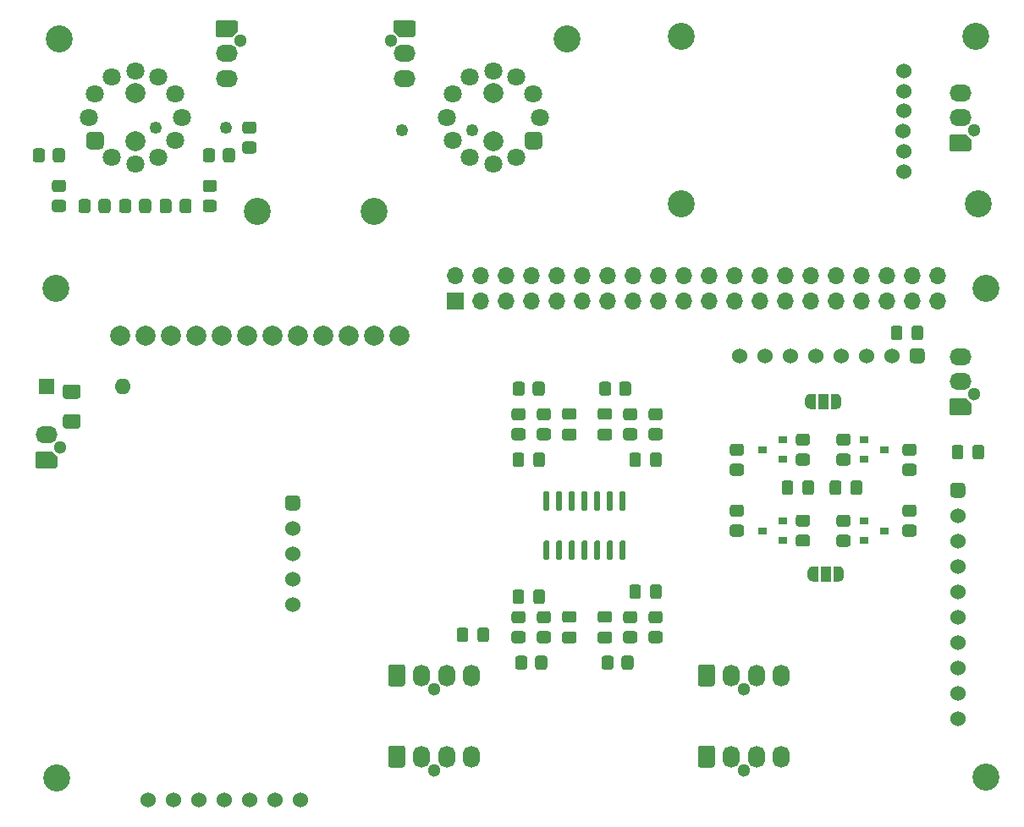
<source format=gbs>
G04 #@! TF.GenerationSoftware,KiCad,Pcbnew,(5.1.10)-1*
G04 #@! TF.CreationDate,2021-06-28T12:48:49+02:00*
G04 #@! TF.ProjectId,PI_MARTLOgger,50495f4d-4152-4544-9c4f-676765722e6b,rev?*
G04 #@! TF.SameCoordinates,Original*
G04 #@! TF.FileFunction,Soldermask,Bot*
G04 #@! TF.FilePolarity,Negative*
%FSLAX46Y46*%
G04 Gerber Fmt 4.6, Leading zero omitted, Abs format (unit mm)*
G04 Created by KiCad (PCBNEW (5.1.10)-1) date 2021-06-28 12:48:49*
%MOMM*%
%LPD*%
G01*
G04 APERTURE LIST*
%ADD10C,1.524000*%
%ADD11C,2.700000*%
%ADD12C,1.300000*%
%ADD13O,2.200000X1.700000*%
%ADD14C,0.150000*%
%ADD15C,2.000000*%
%ADD16O,1.700000X2.200000*%
%ADD17C,1.800000*%
%ADD18C,1.250000*%
%ADD19O,1.600000X1.600000*%
%ADD20R,1.600000X1.600000*%
%ADD21R,0.900000X0.800000*%
%ADD22R,1.000000X1.500000*%
%ADD23R,1.700000X1.700000*%
%ADD24O,1.700000X1.700000*%
G04 APERTURE END LIST*
D10*
X192126000Y-129172000D03*
X192126000Y-126632000D03*
G36*
G01*
X192507000Y-119774000D02*
X191745000Y-119774000D01*
G75*
G02*
X191364000Y-119393000I0J381000D01*
G01*
X191364000Y-118631000D01*
G75*
G02*
X191745000Y-118250000I381000J0D01*
G01*
X192507000Y-118250000D01*
G75*
G02*
X192888000Y-118631000I0J-381000D01*
G01*
X192888000Y-119393000D01*
G75*
G02*
X192507000Y-119774000I-381000J0D01*
G01*
G37*
X192126000Y-121552000D03*
X192126000Y-124092000D03*
X192888000Y-148730000D03*
X190348000Y-148730000D03*
X187808000Y-148730000D03*
X177648000Y-148730000D03*
X180188000Y-148730000D03*
X182728000Y-148730000D03*
X185268000Y-148730000D03*
G36*
G01*
X247932000Y-117963000D02*
X247932000Y-117013000D01*
G75*
G02*
X248182000Y-116763000I250000J0D01*
G01*
X248857000Y-116763000D01*
G75*
G02*
X249107000Y-117013000I0J-250000D01*
G01*
X249107000Y-117963000D01*
G75*
G02*
X248857000Y-118213000I-250000J0D01*
G01*
X248182000Y-118213000D01*
G75*
G02*
X247932000Y-117963000I0J250000D01*
G01*
G37*
G36*
G01*
X245857000Y-117963000D02*
X245857000Y-117013000D01*
G75*
G02*
X246107000Y-116763000I250000J0D01*
G01*
X246782000Y-116763000D01*
G75*
G02*
X247032000Y-117013000I0J-250000D01*
G01*
X247032000Y-117963000D01*
G75*
G02*
X246782000Y-118213000I-250000J0D01*
G01*
X246107000Y-118213000D01*
G75*
G02*
X245857000Y-117963000I0J250000D01*
G01*
G37*
G36*
G01*
X242222000Y-117013000D02*
X242222000Y-117963000D01*
G75*
G02*
X241972000Y-118213000I-250000J0D01*
G01*
X241297000Y-118213000D01*
G75*
G02*
X241047000Y-117963000I0J250000D01*
G01*
X241047000Y-117013000D01*
G75*
G02*
X241297000Y-116763000I250000J0D01*
G01*
X241972000Y-116763000D01*
G75*
G02*
X242222000Y-117013000I0J-250000D01*
G01*
G37*
G36*
G01*
X244297000Y-117013000D02*
X244297000Y-117963000D01*
G75*
G02*
X244047000Y-118213000I-250000J0D01*
G01*
X243372000Y-118213000D01*
G75*
G02*
X243122000Y-117963000I0J250000D01*
G01*
X243122000Y-117013000D01*
G75*
G02*
X243372000Y-116763000I250000J0D01*
G01*
X244047000Y-116763000D01*
G75*
G02*
X244297000Y-117013000I0J-250000D01*
G01*
G37*
D11*
X188570000Y-89802000D03*
X168758000Y-72530000D03*
X200254000Y-89802000D03*
X219558000Y-72530000D03*
X230988000Y-72276000D03*
X230988000Y-89040000D03*
X260706000Y-89040000D03*
X260452000Y-72276000D03*
D12*
X186862000Y-72764000D03*
D13*
X185522000Y-76514000D03*
X185522000Y-74014000D03*
D14*
G36*
X184623227Y-72359196D02*
G01*
X184576329Y-72344970D01*
X184533107Y-72321867D01*
X184495223Y-72290777D01*
X184464133Y-72252893D01*
X184441030Y-72209671D01*
X184426804Y-72162773D01*
X184422000Y-72114000D01*
X184422000Y-70914000D01*
X184426804Y-70865227D01*
X184441030Y-70818329D01*
X184464133Y-70775107D01*
X184495223Y-70737223D01*
X184533107Y-70706133D01*
X184576329Y-70683030D01*
X184623227Y-70668804D01*
X184672000Y-70664000D01*
X186372000Y-70664000D01*
X186420773Y-70668804D01*
X186467671Y-70683030D01*
X186510893Y-70706133D01*
X186548777Y-70737223D01*
X186579867Y-70775107D01*
X186602970Y-70818329D01*
X186617196Y-70865227D01*
X186622000Y-70914000D01*
X186622000Y-71714000D01*
X186617196Y-71762773D01*
X186602970Y-71809671D01*
X186579867Y-71852893D01*
X186548777Y-71890777D01*
X186148777Y-72290777D01*
X186110893Y-72321867D01*
X186067671Y-72344970D01*
X186020773Y-72359196D01*
X185972000Y-72364000D01*
X184672000Y-72364000D01*
X184623227Y-72359196D01*
G37*
D12*
X260268000Y-81694000D03*
D13*
X258928000Y-77944000D03*
X258928000Y-80444000D03*
D14*
G36*
X258029227Y-83789196D02*
G01*
X257982329Y-83774970D01*
X257939107Y-83751867D01*
X257901223Y-83720777D01*
X257870133Y-83682893D01*
X257847030Y-83639671D01*
X257832804Y-83592773D01*
X257828000Y-83544000D01*
X257828000Y-82344000D01*
X257832804Y-82295227D01*
X257847030Y-82248329D01*
X257870133Y-82205107D01*
X257901223Y-82167223D01*
X257939107Y-82136133D01*
X257982329Y-82113030D01*
X258029227Y-82098804D01*
X258078000Y-82094000D01*
X259378000Y-82094000D01*
X259426773Y-82098804D01*
X259473671Y-82113030D01*
X259516893Y-82136133D01*
X259554777Y-82167223D01*
X259954777Y-82567223D01*
X259985867Y-82605107D01*
X260008970Y-82648329D01*
X260023196Y-82695227D01*
X260028000Y-82744000D01*
X260028000Y-83544000D01*
X260023196Y-83592773D01*
X260008970Y-83639671D01*
X259985867Y-83682893D01*
X259954777Y-83720777D01*
X259916893Y-83751867D01*
X259873671Y-83774970D01*
X259826773Y-83789196D01*
X259778000Y-83794000D01*
X258078000Y-83794000D01*
X258029227Y-83789196D01*
G37*
D12*
X201962000Y-72764000D03*
D13*
X203302000Y-76514000D03*
X203302000Y-74014000D03*
D14*
G36*
X204200773Y-70668804D02*
G01*
X204247671Y-70683030D01*
X204290893Y-70706133D01*
X204328777Y-70737223D01*
X204359867Y-70775107D01*
X204382970Y-70818329D01*
X204397196Y-70865227D01*
X204402000Y-70914000D01*
X204402000Y-72114000D01*
X204397196Y-72162773D01*
X204382970Y-72209671D01*
X204359867Y-72252893D01*
X204328777Y-72290777D01*
X204290893Y-72321867D01*
X204247671Y-72344970D01*
X204200773Y-72359196D01*
X204152000Y-72364000D01*
X202852000Y-72364000D01*
X202803227Y-72359196D01*
X202756329Y-72344970D01*
X202713107Y-72321867D01*
X202675223Y-72290777D01*
X202275223Y-71890777D01*
X202244133Y-71852893D01*
X202221030Y-71809671D01*
X202206804Y-71762773D01*
X202202000Y-71714000D01*
X202202000Y-70914000D01*
X202206804Y-70865227D01*
X202221030Y-70818329D01*
X202244133Y-70775107D01*
X202275223Y-70737223D01*
X202313107Y-70706133D01*
X202356329Y-70683030D01*
X202403227Y-70668804D01*
X202452000Y-70664000D01*
X204152000Y-70664000D01*
X204200773Y-70668804D01*
G37*
D12*
X168828000Y-113444000D03*
D13*
X167488000Y-112194000D03*
D14*
G36*
X166589227Y-115539196D02*
G01*
X166542329Y-115524970D01*
X166499107Y-115501867D01*
X166461223Y-115470777D01*
X166430133Y-115432893D01*
X166407030Y-115389671D01*
X166392804Y-115342773D01*
X166388000Y-115294000D01*
X166388000Y-114094000D01*
X166392804Y-114045227D01*
X166407030Y-113998329D01*
X166430133Y-113955107D01*
X166461223Y-113917223D01*
X166499107Y-113886133D01*
X166542329Y-113863030D01*
X166589227Y-113848804D01*
X166638000Y-113844000D01*
X167938000Y-113844000D01*
X167986773Y-113848804D01*
X168033671Y-113863030D01*
X168076893Y-113886133D01*
X168114777Y-113917223D01*
X168514777Y-114317223D01*
X168545867Y-114355107D01*
X168568970Y-114398329D01*
X168583196Y-114445227D01*
X168588000Y-114494000D01*
X168588000Y-115294000D01*
X168583196Y-115342773D01*
X168568970Y-115389671D01*
X168545867Y-115432893D01*
X168514777Y-115470777D01*
X168476893Y-115501867D01*
X168433671Y-115524970D01*
X168386773Y-115539196D01*
X168338000Y-115544000D01*
X166638000Y-115544000D01*
X166589227Y-115539196D01*
G37*
D15*
X202794000Y-102248000D03*
X200254000Y-102248000D03*
X197714000Y-102248000D03*
X195174000Y-102248000D03*
X192634000Y-102248000D03*
X190094000Y-102248000D03*
X187554000Y-102248000D03*
X185014000Y-102248000D03*
X174854000Y-102248000D03*
X177394000Y-102248000D03*
X179934000Y-102248000D03*
X182474000Y-102248000D03*
D10*
X258674000Y-140602000D03*
X258674000Y-138062000D03*
X258674000Y-135522000D03*
X258674000Y-132982000D03*
X258674000Y-130442000D03*
G36*
G01*
X258293000Y-116980000D02*
X259055000Y-116980000D01*
G75*
G02*
X259436000Y-117361000I0J-381000D01*
G01*
X259436000Y-118123000D01*
G75*
G02*
X259055000Y-118504000I-381000J0D01*
G01*
X258293000Y-118504000D01*
G75*
G02*
X257912000Y-118123000I0J381000D01*
G01*
X257912000Y-117361000D01*
G75*
G02*
X258293000Y-116980000I381000J0D01*
G01*
G37*
X258674000Y-120282000D03*
X258674000Y-122822000D03*
X258674000Y-125362000D03*
X258674000Y-127902000D03*
D12*
X260268000Y-108110000D03*
D13*
X258928000Y-104360000D03*
X258928000Y-106860000D03*
D14*
G36*
X258029227Y-110205196D02*
G01*
X257982329Y-110190970D01*
X257939107Y-110167867D01*
X257901223Y-110136777D01*
X257870133Y-110098893D01*
X257847030Y-110055671D01*
X257832804Y-110008773D01*
X257828000Y-109960000D01*
X257828000Y-108760000D01*
X257832804Y-108711227D01*
X257847030Y-108664329D01*
X257870133Y-108621107D01*
X257901223Y-108583223D01*
X257939107Y-108552133D01*
X257982329Y-108529030D01*
X258029227Y-108514804D01*
X258078000Y-108510000D01*
X259378000Y-108510000D01*
X259426773Y-108514804D01*
X259473671Y-108529030D01*
X259516893Y-108552133D01*
X259554777Y-108583223D01*
X259954777Y-108983223D01*
X259985867Y-109021107D01*
X260008970Y-109064329D01*
X260023196Y-109111227D01*
X260028000Y-109160000D01*
X260028000Y-109960000D01*
X260023196Y-110008773D01*
X260008970Y-110055671D01*
X259985867Y-110098893D01*
X259954777Y-110136777D01*
X259916893Y-110167867D01*
X259873671Y-110190970D01*
X259826773Y-110205196D01*
X259778000Y-110210000D01*
X258078000Y-110210000D01*
X258029227Y-110205196D01*
G37*
D12*
X237278000Y-137624000D03*
D16*
X241028000Y-136284000D03*
X238528000Y-136284000D03*
X236028000Y-136284000D03*
G36*
G01*
X234128000Y-137384000D02*
X232928000Y-137384000D01*
G75*
G02*
X232678000Y-137134000I0J250000D01*
G01*
X232678000Y-135434000D01*
G75*
G02*
X232928000Y-135184000I250000J0D01*
G01*
X234128000Y-135184000D01*
G75*
G02*
X234378000Y-135434000I0J-250000D01*
G01*
X234378000Y-137134000D01*
G75*
G02*
X234128000Y-137384000I-250000J0D01*
G01*
G37*
D12*
X237278000Y-145752000D03*
D16*
X241028000Y-144412000D03*
X238528000Y-144412000D03*
X236028000Y-144412000D03*
G36*
G01*
X234128000Y-145512000D02*
X232928000Y-145512000D01*
G75*
G02*
X232678000Y-145262000I0J250000D01*
G01*
X232678000Y-143562000D01*
G75*
G02*
X232928000Y-143312000I250000J0D01*
G01*
X234128000Y-143312000D01*
G75*
G02*
X234378000Y-143562000I0J-250000D01*
G01*
X234378000Y-145262000D01*
G75*
G02*
X234128000Y-145512000I-250000J0D01*
G01*
G37*
D12*
X206290000Y-137624000D03*
D16*
X210040000Y-136284000D03*
X207540000Y-136284000D03*
X205040000Y-136284000D03*
G36*
G01*
X203140000Y-137384000D02*
X201940000Y-137384000D01*
G75*
G02*
X201690000Y-137134000I0J250000D01*
G01*
X201690000Y-135434000D01*
G75*
G02*
X201940000Y-135184000I250000J0D01*
G01*
X203140000Y-135184000D01*
G75*
G02*
X203390000Y-135434000I0J-250000D01*
G01*
X203390000Y-137134000D01*
G75*
G02*
X203140000Y-137384000I-250000J0D01*
G01*
G37*
D12*
X206290000Y-145752000D03*
D16*
X210040000Y-144412000D03*
X207540000Y-144412000D03*
X205040000Y-144412000D03*
G36*
G01*
X203140000Y-145512000D02*
X201940000Y-145512000D01*
G75*
G02*
X201690000Y-145262000I0J250000D01*
G01*
X201690000Y-143562000D01*
G75*
G02*
X201940000Y-143312000I250000J0D01*
G01*
X203140000Y-143312000D01*
G75*
G02*
X203390000Y-143562000I0J-250000D01*
G01*
X203390000Y-145262000D01*
G75*
G02*
X203140000Y-145512000I-250000J0D01*
G01*
G37*
G36*
G01*
X188258001Y-82036000D02*
X187357999Y-82036000D01*
G75*
G02*
X187108000Y-81786001I0J249999D01*
G01*
X187108000Y-81085999D01*
G75*
G02*
X187357999Y-80836000I249999J0D01*
G01*
X188258001Y-80836000D01*
G75*
G02*
X188508000Y-81085999I0J-249999D01*
G01*
X188508000Y-81786001D01*
G75*
G02*
X188258001Y-82036000I-249999J0D01*
G01*
G37*
G36*
G01*
X188258001Y-84036000D02*
X187357999Y-84036000D01*
G75*
G02*
X187108000Y-83786001I0J249999D01*
G01*
X187108000Y-83085999D01*
G75*
G02*
X187357999Y-82836000I249999J0D01*
G01*
X188258001Y-82836000D01*
G75*
G02*
X188508000Y-83085999I0J-249999D01*
G01*
X188508000Y-83786001D01*
G75*
G02*
X188258001Y-84036000I-249999J0D01*
G01*
G37*
G36*
G01*
X168142000Y-84664001D02*
X168142000Y-83763999D01*
G75*
G02*
X168391999Y-83514000I249999J0D01*
G01*
X169092001Y-83514000D01*
G75*
G02*
X169342000Y-83763999I0J-249999D01*
G01*
X169342000Y-84664001D01*
G75*
G02*
X169092001Y-84914000I-249999J0D01*
G01*
X168391999Y-84914000D01*
G75*
G02*
X168142000Y-84664001I0J249999D01*
G01*
G37*
G36*
G01*
X166142000Y-84664001D02*
X166142000Y-83763999D01*
G75*
G02*
X166391999Y-83514000I249999J0D01*
G01*
X167092001Y-83514000D01*
G75*
G02*
X167342000Y-83763999I0J-249999D01*
G01*
X167342000Y-84664001D01*
G75*
G02*
X167092001Y-84914000I-249999J0D01*
G01*
X166391999Y-84914000D01*
G75*
G02*
X166142000Y-84664001I0J249999D01*
G01*
G37*
G36*
G01*
X168307999Y-88678000D02*
X169208001Y-88678000D01*
G75*
G02*
X169458000Y-88927999I0J-249999D01*
G01*
X169458000Y-89628001D01*
G75*
G02*
X169208001Y-89878000I-249999J0D01*
G01*
X168307999Y-89878000D01*
G75*
G02*
X168058000Y-89628001I0J249999D01*
G01*
X168058000Y-88927999D01*
G75*
G02*
X168307999Y-88678000I249999J0D01*
G01*
G37*
G36*
G01*
X168307999Y-86678000D02*
X169208001Y-86678000D01*
G75*
G02*
X169458000Y-86927999I0J-249999D01*
G01*
X169458000Y-87628001D01*
G75*
G02*
X169208001Y-87878000I-249999J0D01*
G01*
X168307999Y-87878000D01*
G75*
G02*
X168058000Y-87628001I0J249999D01*
G01*
X168058000Y-86927999D01*
G75*
G02*
X168307999Y-86678000I249999J0D01*
G01*
G37*
G36*
G01*
X172714000Y-89744001D02*
X172714000Y-88843999D01*
G75*
G02*
X172963999Y-88594000I249999J0D01*
G01*
X173664001Y-88594000D01*
G75*
G02*
X173914000Y-88843999I0J-249999D01*
G01*
X173914000Y-89744001D01*
G75*
G02*
X173664001Y-89994000I-249999J0D01*
G01*
X172963999Y-89994000D01*
G75*
G02*
X172714000Y-89744001I0J249999D01*
G01*
G37*
G36*
G01*
X170714000Y-89744001D02*
X170714000Y-88843999D01*
G75*
G02*
X170963999Y-88594000I249999J0D01*
G01*
X171664001Y-88594000D01*
G75*
G02*
X171914000Y-88843999I0J-249999D01*
G01*
X171914000Y-89744001D01*
G75*
G02*
X171664001Y-89994000I-249999J0D01*
G01*
X170963999Y-89994000D01*
G75*
G02*
X170714000Y-89744001I0J249999D01*
G01*
G37*
G36*
G01*
X176778000Y-89744001D02*
X176778000Y-88843999D01*
G75*
G02*
X177027999Y-88594000I249999J0D01*
G01*
X177728001Y-88594000D01*
G75*
G02*
X177978000Y-88843999I0J-249999D01*
G01*
X177978000Y-89744001D01*
G75*
G02*
X177728001Y-89994000I-249999J0D01*
G01*
X177027999Y-89994000D01*
G75*
G02*
X176778000Y-89744001I0J249999D01*
G01*
G37*
G36*
G01*
X174778000Y-89744001D02*
X174778000Y-88843999D01*
G75*
G02*
X175027999Y-88594000I249999J0D01*
G01*
X175728001Y-88594000D01*
G75*
G02*
X175978000Y-88843999I0J-249999D01*
G01*
X175978000Y-89744001D01*
G75*
G02*
X175728001Y-89994000I-249999J0D01*
G01*
X175027999Y-89994000D01*
G75*
G02*
X174778000Y-89744001I0J249999D01*
G01*
G37*
G36*
G01*
X180826000Y-89744001D02*
X180826000Y-88843999D01*
G75*
G02*
X181075999Y-88594000I249999J0D01*
G01*
X181776001Y-88594000D01*
G75*
G02*
X182026000Y-88843999I0J-249999D01*
G01*
X182026000Y-89744001D01*
G75*
G02*
X181776001Y-89994000I-249999J0D01*
G01*
X181075999Y-89994000D01*
G75*
G02*
X180826000Y-89744001I0J249999D01*
G01*
G37*
G36*
G01*
X178826000Y-89744001D02*
X178826000Y-88843999D01*
G75*
G02*
X179075999Y-88594000I249999J0D01*
G01*
X179776001Y-88594000D01*
G75*
G02*
X180026000Y-88843999I0J-249999D01*
G01*
X180026000Y-89744001D01*
G75*
G02*
X179776001Y-89994000I-249999J0D01*
G01*
X179075999Y-89994000D01*
G75*
G02*
X178826000Y-89744001I0J249999D01*
G01*
G37*
G36*
G01*
X184295601Y-87878000D02*
X183395599Y-87878000D01*
G75*
G02*
X183145600Y-87628001I0J249999D01*
G01*
X183145600Y-86927999D01*
G75*
G02*
X183395599Y-86678000I249999J0D01*
G01*
X184295601Y-86678000D01*
G75*
G02*
X184545600Y-86927999I0J-249999D01*
G01*
X184545600Y-87628001D01*
G75*
G02*
X184295601Y-87878000I-249999J0D01*
G01*
G37*
G36*
G01*
X184295601Y-89878000D02*
X183395599Y-89878000D01*
G75*
G02*
X183145600Y-89628001I0J249999D01*
G01*
X183145600Y-88927999D01*
G75*
G02*
X183395599Y-88678000I249999J0D01*
G01*
X184295601Y-88678000D01*
G75*
G02*
X184545600Y-88927999I0J-249999D01*
G01*
X184545600Y-89628001D01*
G75*
G02*
X184295601Y-89878000I-249999J0D01*
G01*
G37*
G36*
G01*
X185160000Y-84664001D02*
X185160000Y-83763999D01*
G75*
G02*
X185409999Y-83514000I249999J0D01*
G01*
X186110001Y-83514000D01*
G75*
G02*
X186360000Y-83763999I0J-249999D01*
G01*
X186360000Y-84664001D01*
G75*
G02*
X186110001Y-84914000I-249999J0D01*
G01*
X185409999Y-84914000D01*
G75*
G02*
X185160000Y-84664001I0J249999D01*
G01*
G37*
G36*
G01*
X183160000Y-84664001D02*
X183160000Y-83763999D01*
G75*
G02*
X183409999Y-83514000I249999J0D01*
G01*
X184110001Y-83514000D01*
G75*
G02*
X184360000Y-83763999I0J-249999D01*
G01*
X184360000Y-84664001D01*
G75*
G02*
X184110001Y-84914000I-249999J0D01*
G01*
X183409999Y-84914000D01*
G75*
G02*
X183160000Y-84664001I0J249999D01*
G01*
G37*
G36*
G01*
X217722001Y-131058000D02*
X216821999Y-131058000D01*
G75*
G02*
X216572000Y-130808001I0J249999D01*
G01*
X216572000Y-130107999D01*
G75*
G02*
X216821999Y-129858000I249999J0D01*
G01*
X217722001Y-129858000D01*
G75*
G02*
X217972000Y-130107999I0J-249999D01*
G01*
X217972000Y-130808001D01*
G75*
G02*
X217722001Y-131058000I-249999J0D01*
G01*
G37*
G36*
G01*
X217722001Y-133058000D02*
X216821999Y-133058000D01*
G75*
G02*
X216572000Y-132808001I0J249999D01*
G01*
X216572000Y-132107999D01*
G75*
G02*
X216821999Y-131858000I249999J0D01*
G01*
X217722001Y-131858000D01*
G75*
G02*
X217972000Y-132107999I0J-249999D01*
G01*
X217972000Y-132808001D01*
G75*
G02*
X217722001Y-133058000I-249999J0D01*
G01*
G37*
G36*
G01*
X226358001Y-131058000D02*
X225457999Y-131058000D01*
G75*
G02*
X225208000Y-130808001I0J249999D01*
G01*
X225208000Y-130107999D01*
G75*
G02*
X225457999Y-129858000I249999J0D01*
G01*
X226358001Y-129858000D01*
G75*
G02*
X226608000Y-130107999I0J-249999D01*
G01*
X226608000Y-130808001D01*
G75*
G02*
X226358001Y-131058000I-249999J0D01*
G01*
G37*
G36*
G01*
X226358001Y-133058000D02*
X225457999Y-133058000D01*
G75*
G02*
X225208000Y-132808001I0J249999D01*
G01*
X225208000Y-132107999D01*
G75*
G02*
X225457999Y-131858000I249999J0D01*
G01*
X226358001Y-131858000D01*
G75*
G02*
X226608000Y-132107999I0J-249999D01*
G01*
X226608000Y-132808001D01*
G75*
G02*
X226358001Y-133058000I-249999J0D01*
G01*
G37*
G36*
G01*
X225457999Y-111538000D02*
X226358001Y-111538000D01*
G75*
G02*
X226608000Y-111787999I0J-249999D01*
G01*
X226608000Y-112488001D01*
G75*
G02*
X226358001Y-112738000I-249999J0D01*
G01*
X225457999Y-112738000D01*
G75*
G02*
X225208000Y-112488001I0J249999D01*
G01*
X225208000Y-111787999D01*
G75*
G02*
X225457999Y-111538000I249999J0D01*
G01*
G37*
G36*
G01*
X225457999Y-109538000D02*
X226358001Y-109538000D01*
G75*
G02*
X226608000Y-109787999I0J-249999D01*
G01*
X226608000Y-110488001D01*
G75*
G02*
X226358001Y-110738000I-249999J0D01*
G01*
X225457999Y-110738000D01*
G75*
G02*
X225208000Y-110488001I0J249999D01*
G01*
X225208000Y-109787999D01*
G75*
G02*
X225457999Y-109538000I249999J0D01*
G01*
G37*
G36*
G01*
X216821999Y-111538000D02*
X217722001Y-111538000D01*
G75*
G02*
X217972000Y-111787999I0J-249999D01*
G01*
X217972000Y-112488001D01*
G75*
G02*
X217722001Y-112738000I-249999J0D01*
G01*
X216821999Y-112738000D01*
G75*
G02*
X216572000Y-112488001I0J249999D01*
G01*
X216572000Y-111787999D01*
G75*
G02*
X216821999Y-111538000I249999J0D01*
G01*
G37*
G36*
G01*
X216821999Y-109538000D02*
X217722001Y-109538000D01*
G75*
G02*
X217972000Y-109787999I0J-249999D01*
G01*
X217972000Y-110488001D01*
G75*
G02*
X217722001Y-110738000I-249999J0D01*
G01*
X216821999Y-110738000D01*
G75*
G02*
X216572000Y-110488001I0J249999D01*
G01*
X216572000Y-109787999D01*
G75*
G02*
X216821999Y-109538000I249999J0D01*
G01*
G37*
G36*
G01*
X215182001Y-131058000D02*
X214281999Y-131058000D01*
G75*
G02*
X214032000Y-130808001I0J249999D01*
G01*
X214032000Y-130107999D01*
G75*
G02*
X214281999Y-129858000I249999J0D01*
G01*
X215182001Y-129858000D01*
G75*
G02*
X215432000Y-130107999I0J-249999D01*
G01*
X215432000Y-130808001D01*
G75*
G02*
X215182001Y-131058000I-249999J0D01*
G01*
G37*
G36*
G01*
X215182001Y-133058000D02*
X214281999Y-133058000D01*
G75*
G02*
X214032000Y-132808001I0J249999D01*
G01*
X214032000Y-132107999D01*
G75*
G02*
X214281999Y-131858000I249999J0D01*
G01*
X215182001Y-131858000D01*
G75*
G02*
X215432000Y-132107999I0J-249999D01*
G01*
X215432000Y-132808001D01*
G75*
G02*
X215182001Y-133058000I-249999J0D01*
G01*
G37*
G36*
G01*
X228898001Y-131058000D02*
X227997999Y-131058000D01*
G75*
G02*
X227748000Y-130808001I0J249999D01*
G01*
X227748000Y-130107999D01*
G75*
G02*
X227997999Y-129858000I249999J0D01*
G01*
X228898001Y-129858000D01*
G75*
G02*
X229148000Y-130107999I0J-249999D01*
G01*
X229148000Y-130808001D01*
G75*
G02*
X228898001Y-131058000I-249999J0D01*
G01*
G37*
G36*
G01*
X228898001Y-133058000D02*
X227997999Y-133058000D01*
G75*
G02*
X227748000Y-132808001I0J249999D01*
G01*
X227748000Y-132107999D01*
G75*
G02*
X227997999Y-131858000I249999J0D01*
G01*
X228898001Y-131858000D01*
G75*
G02*
X229148000Y-132107999I0J-249999D01*
G01*
X229148000Y-132808001D01*
G75*
G02*
X228898001Y-133058000I-249999J0D01*
G01*
G37*
G36*
G01*
X227997999Y-111538000D02*
X228898001Y-111538000D01*
G75*
G02*
X229148000Y-111787999I0J-249999D01*
G01*
X229148000Y-112488001D01*
G75*
G02*
X228898001Y-112738000I-249999J0D01*
G01*
X227997999Y-112738000D01*
G75*
G02*
X227748000Y-112488001I0J249999D01*
G01*
X227748000Y-111787999D01*
G75*
G02*
X227997999Y-111538000I249999J0D01*
G01*
G37*
G36*
G01*
X227997999Y-109538000D02*
X228898001Y-109538000D01*
G75*
G02*
X229148000Y-109787999I0J-249999D01*
G01*
X229148000Y-110488001D01*
G75*
G02*
X228898001Y-110738000I-249999J0D01*
G01*
X227997999Y-110738000D01*
G75*
G02*
X227748000Y-110488001I0J249999D01*
G01*
X227748000Y-109787999D01*
G75*
G02*
X227997999Y-109538000I249999J0D01*
G01*
G37*
G36*
G01*
X214281999Y-111538000D02*
X215182001Y-111538000D01*
G75*
G02*
X215432000Y-111787999I0J-249999D01*
G01*
X215432000Y-112488001D01*
G75*
G02*
X215182001Y-112738000I-249999J0D01*
G01*
X214281999Y-112738000D01*
G75*
G02*
X214032000Y-112488001I0J249999D01*
G01*
X214032000Y-111787999D01*
G75*
G02*
X214281999Y-111538000I249999J0D01*
G01*
G37*
G36*
G01*
X214281999Y-109538000D02*
X215182001Y-109538000D01*
G75*
G02*
X215432000Y-109787999I0J-249999D01*
G01*
X215432000Y-110488001D01*
G75*
G02*
X215182001Y-110738000I-249999J0D01*
G01*
X214281999Y-110738000D01*
G75*
G02*
X214032000Y-110488001I0J249999D01*
G01*
X214032000Y-109787999D01*
G75*
G02*
X214281999Y-109538000I249999J0D01*
G01*
G37*
G36*
G01*
X216402000Y-135464001D02*
X216402000Y-134563999D01*
G75*
G02*
X216651999Y-134314000I249999J0D01*
G01*
X217352001Y-134314000D01*
G75*
G02*
X217602000Y-134563999I0J-249999D01*
G01*
X217602000Y-135464001D01*
G75*
G02*
X217352001Y-135714000I-249999J0D01*
G01*
X216651999Y-135714000D01*
G75*
G02*
X216402000Y-135464001I0J249999D01*
G01*
G37*
G36*
G01*
X214402000Y-135464001D02*
X214402000Y-134563999D01*
G75*
G02*
X214651999Y-134314000I249999J0D01*
G01*
X215352001Y-134314000D01*
G75*
G02*
X215602000Y-134563999I0J-249999D01*
G01*
X215602000Y-135464001D01*
G75*
G02*
X215352001Y-135714000I-249999J0D01*
G01*
X214651999Y-135714000D01*
G75*
G02*
X214402000Y-135464001I0J249999D01*
G01*
G37*
G36*
G01*
X225038000Y-135464001D02*
X225038000Y-134563999D01*
G75*
G02*
X225287999Y-134314000I249999J0D01*
G01*
X225988001Y-134314000D01*
G75*
G02*
X226238000Y-134563999I0J-249999D01*
G01*
X226238000Y-135464001D01*
G75*
G02*
X225988001Y-135714000I-249999J0D01*
G01*
X225287999Y-135714000D01*
G75*
G02*
X225038000Y-135464001I0J249999D01*
G01*
G37*
G36*
G01*
X223038000Y-135464001D02*
X223038000Y-134563999D01*
G75*
G02*
X223287999Y-134314000I249999J0D01*
G01*
X223988001Y-134314000D01*
G75*
G02*
X224238000Y-134563999I0J-249999D01*
G01*
X224238000Y-135464001D01*
G75*
G02*
X223988001Y-135714000I-249999J0D01*
G01*
X223287999Y-135714000D01*
G75*
G02*
X223038000Y-135464001I0J249999D01*
G01*
G37*
G36*
G01*
X224800000Y-108032001D02*
X224800000Y-107131999D01*
G75*
G02*
X225049999Y-106882000I249999J0D01*
G01*
X225750001Y-106882000D01*
G75*
G02*
X226000000Y-107131999I0J-249999D01*
G01*
X226000000Y-108032001D01*
G75*
G02*
X225750001Y-108282000I-249999J0D01*
G01*
X225049999Y-108282000D01*
G75*
G02*
X224800000Y-108032001I0J249999D01*
G01*
G37*
G36*
G01*
X222800000Y-108032001D02*
X222800000Y-107131999D01*
G75*
G02*
X223049999Y-106882000I249999J0D01*
G01*
X223750001Y-106882000D01*
G75*
G02*
X224000000Y-107131999I0J-249999D01*
G01*
X224000000Y-108032001D01*
G75*
G02*
X223750001Y-108282000I-249999J0D01*
G01*
X223049999Y-108282000D01*
G75*
G02*
X222800000Y-108032001I0J249999D01*
G01*
G37*
G36*
G01*
X216148000Y-108032001D02*
X216148000Y-107131999D01*
G75*
G02*
X216397999Y-106882000I249999J0D01*
G01*
X217098001Y-106882000D01*
G75*
G02*
X217348000Y-107131999I0J-249999D01*
G01*
X217348000Y-108032001D01*
G75*
G02*
X217098001Y-108282000I-249999J0D01*
G01*
X216397999Y-108282000D01*
G75*
G02*
X216148000Y-108032001I0J249999D01*
G01*
G37*
G36*
G01*
X214148000Y-108032001D02*
X214148000Y-107131999D01*
G75*
G02*
X214397999Y-106882000I249999J0D01*
G01*
X215098001Y-106882000D01*
G75*
G02*
X215348000Y-107131999I0J-249999D01*
G01*
X215348000Y-108032001D01*
G75*
G02*
X215098001Y-108282000I-249999J0D01*
G01*
X214397999Y-108282000D01*
G75*
G02*
X214148000Y-108032001I0J249999D01*
G01*
G37*
G36*
G01*
X242729999Y-122190000D02*
X243630001Y-122190000D01*
G75*
G02*
X243880000Y-122439999I0J-249999D01*
G01*
X243880000Y-123140001D01*
G75*
G02*
X243630001Y-123390000I-249999J0D01*
G01*
X242729999Y-123390000D01*
G75*
G02*
X242480000Y-123140001I0J249999D01*
G01*
X242480000Y-122439999D01*
G75*
G02*
X242729999Y-122190000I249999J0D01*
G01*
G37*
G36*
G01*
X242729999Y-120190000D02*
X243630001Y-120190000D01*
G75*
G02*
X243880000Y-120439999I0J-249999D01*
G01*
X243880000Y-121140001D01*
G75*
G02*
X243630001Y-121390000I-249999J0D01*
G01*
X242729999Y-121390000D01*
G75*
G02*
X242480000Y-121140001I0J249999D01*
G01*
X242480000Y-120439999D01*
G75*
G02*
X242729999Y-120190000I249999J0D01*
G01*
G37*
G36*
G01*
X247694001Y-121406000D02*
X246793999Y-121406000D01*
G75*
G02*
X246544000Y-121156001I0J249999D01*
G01*
X246544000Y-120455999D01*
G75*
G02*
X246793999Y-120206000I249999J0D01*
G01*
X247694001Y-120206000D01*
G75*
G02*
X247944000Y-120455999I0J-249999D01*
G01*
X247944000Y-121156001D01*
G75*
G02*
X247694001Y-121406000I-249999J0D01*
G01*
G37*
G36*
G01*
X247694001Y-123406000D02*
X246793999Y-123406000D01*
G75*
G02*
X246544000Y-123156001I0J249999D01*
G01*
X246544000Y-122455999D01*
G75*
G02*
X246793999Y-122206000I249999J0D01*
G01*
X247694001Y-122206000D01*
G75*
G02*
X247944000Y-122455999I0J-249999D01*
G01*
X247944000Y-123156001D01*
G75*
G02*
X247694001Y-123406000I-249999J0D01*
G01*
G37*
G36*
G01*
X237026001Y-120390000D02*
X236125999Y-120390000D01*
G75*
G02*
X235876000Y-120140001I0J249999D01*
G01*
X235876000Y-119439999D01*
G75*
G02*
X236125999Y-119190000I249999J0D01*
G01*
X237026001Y-119190000D01*
G75*
G02*
X237276000Y-119439999I0J-249999D01*
G01*
X237276000Y-120140001D01*
G75*
G02*
X237026001Y-120390000I-249999J0D01*
G01*
G37*
G36*
G01*
X237026001Y-122390000D02*
X236125999Y-122390000D01*
G75*
G02*
X235876000Y-122140001I0J249999D01*
G01*
X235876000Y-121439999D01*
G75*
G02*
X236125999Y-121190000I249999J0D01*
G01*
X237026001Y-121190000D01*
G75*
G02*
X237276000Y-121439999I0J-249999D01*
G01*
X237276000Y-122140001D01*
G75*
G02*
X237026001Y-122390000I-249999J0D01*
G01*
G37*
G36*
G01*
X254298001Y-120390000D02*
X253397999Y-120390000D01*
G75*
G02*
X253148000Y-120140001I0J249999D01*
G01*
X253148000Y-119439999D01*
G75*
G02*
X253397999Y-119190000I249999J0D01*
G01*
X254298001Y-119190000D01*
G75*
G02*
X254548000Y-119439999I0J-249999D01*
G01*
X254548000Y-120140001D01*
G75*
G02*
X254298001Y-120390000I-249999J0D01*
G01*
G37*
G36*
G01*
X254298001Y-122390000D02*
X253397999Y-122390000D01*
G75*
G02*
X253148000Y-122140001I0J249999D01*
G01*
X253148000Y-121439999D01*
G75*
G02*
X253397999Y-121190000I249999J0D01*
G01*
X254298001Y-121190000D01*
G75*
G02*
X254548000Y-121439999I0J-249999D01*
G01*
X254548000Y-122140001D01*
G75*
G02*
X254298001Y-122390000I-249999J0D01*
G01*
G37*
G36*
G01*
X237026001Y-114294000D02*
X236125999Y-114294000D01*
G75*
G02*
X235876000Y-114044001I0J249999D01*
G01*
X235876000Y-113343999D01*
G75*
G02*
X236125999Y-113094000I249999J0D01*
G01*
X237026001Y-113094000D01*
G75*
G02*
X237276000Y-113343999I0J-249999D01*
G01*
X237276000Y-114044001D01*
G75*
G02*
X237026001Y-114294000I-249999J0D01*
G01*
G37*
G36*
G01*
X237026001Y-116294000D02*
X236125999Y-116294000D01*
G75*
G02*
X235876000Y-116044001I0J249999D01*
G01*
X235876000Y-115343999D01*
G75*
G02*
X236125999Y-115094000I249999J0D01*
G01*
X237026001Y-115094000D01*
G75*
G02*
X237276000Y-115343999I0J-249999D01*
G01*
X237276000Y-116044001D01*
G75*
G02*
X237026001Y-116294000I-249999J0D01*
G01*
G37*
G36*
G01*
X242729999Y-114078000D02*
X243630001Y-114078000D01*
G75*
G02*
X243880000Y-114327999I0J-249999D01*
G01*
X243880000Y-115028001D01*
G75*
G02*
X243630001Y-115278000I-249999J0D01*
G01*
X242729999Y-115278000D01*
G75*
G02*
X242480000Y-115028001I0J249999D01*
G01*
X242480000Y-114327999D01*
G75*
G02*
X242729999Y-114078000I249999J0D01*
G01*
G37*
G36*
G01*
X242729999Y-112078000D02*
X243630001Y-112078000D01*
G75*
G02*
X243880000Y-112327999I0J-249999D01*
G01*
X243880000Y-113028001D01*
G75*
G02*
X243630001Y-113278000I-249999J0D01*
G01*
X242729999Y-113278000D01*
G75*
G02*
X242480000Y-113028001I0J249999D01*
G01*
X242480000Y-112327999D01*
G75*
G02*
X242729999Y-112078000I249999J0D01*
G01*
G37*
G36*
G01*
X254298001Y-114294000D02*
X253397999Y-114294000D01*
G75*
G02*
X253148000Y-114044001I0J249999D01*
G01*
X253148000Y-113343999D01*
G75*
G02*
X253397999Y-113094000I249999J0D01*
G01*
X254298001Y-113094000D01*
G75*
G02*
X254548000Y-113343999I0J-249999D01*
G01*
X254548000Y-114044001D01*
G75*
G02*
X254298001Y-114294000I-249999J0D01*
G01*
G37*
G36*
G01*
X254298001Y-116294000D02*
X253397999Y-116294000D01*
G75*
G02*
X253148000Y-116044001I0J249999D01*
G01*
X253148000Y-115343999D01*
G75*
G02*
X253397999Y-115094000I249999J0D01*
G01*
X254298001Y-115094000D01*
G75*
G02*
X254548000Y-115343999I0J-249999D01*
G01*
X254548000Y-116044001D01*
G75*
G02*
X254298001Y-116294000I-249999J0D01*
G01*
G37*
G36*
G01*
X247694001Y-113278000D02*
X246793999Y-113278000D01*
G75*
G02*
X246544000Y-113028001I0J249999D01*
G01*
X246544000Y-112327999D01*
G75*
G02*
X246793999Y-112078000I249999J0D01*
G01*
X247694001Y-112078000D01*
G75*
G02*
X247944000Y-112327999I0J-249999D01*
G01*
X247944000Y-113028001D01*
G75*
G02*
X247694001Y-113278000I-249999J0D01*
G01*
G37*
G36*
G01*
X247694001Y-115278000D02*
X246793999Y-115278000D01*
G75*
G02*
X246544000Y-115028001I0J249999D01*
G01*
X246544000Y-114327999D01*
G75*
G02*
X246793999Y-114078000I249999J0D01*
G01*
X247694001Y-114078000D01*
G75*
G02*
X247944000Y-114327999I0J-249999D01*
G01*
X247944000Y-115028001D01*
G75*
G02*
X247694001Y-115278000I-249999J0D01*
G01*
G37*
G36*
G01*
X220287000Y-131008000D02*
X219337000Y-131008000D01*
G75*
G02*
X219087000Y-130758000I0J250000D01*
G01*
X219087000Y-130083000D01*
G75*
G02*
X219337000Y-129833000I250000J0D01*
G01*
X220287000Y-129833000D01*
G75*
G02*
X220537000Y-130083000I0J-250000D01*
G01*
X220537000Y-130758000D01*
G75*
G02*
X220287000Y-131008000I-250000J0D01*
G01*
G37*
G36*
G01*
X220287000Y-133083000D02*
X219337000Y-133083000D01*
G75*
G02*
X219087000Y-132833000I0J250000D01*
G01*
X219087000Y-132158000D01*
G75*
G02*
X219337000Y-131908000I250000J0D01*
G01*
X220287000Y-131908000D01*
G75*
G02*
X220537000Y-132158000I0J-250000D01*
G01*
X220537000Y-132833000D01*
G75*
G02*
X220287000Y-133083000I-250000J0D01*
G01*
G37*
G36*
G01*
X223843000Y-131008000D02*
X222893000Y-131008000D01*
G75*
G02*
X222643000Y-130758000I0J250000D01*
G01*
X222643000Y-130083000D01*
G75*
G02*
X222893000Y-129833000I250000J0D01*
G01*
X223843000Y-129833000D01*
G75*
G02*
X224093000Y-130083000I0J-250000D01*
G01*
X224093000Y-130758000D01*
G75*
G02*
X223843000Y-131008000I-250000J0D01*
G01*
G37*
G36*
G01*
X223843000Y-133083000D02*
X222893000Y-133083000D01*
G75*
G02*
X222643000Y-132833000I0J250000D01*
G01*
X222643000Y-132158000D01*
G75*
G02*
X222893000Y-131908000I250000J0D01*
G01*
X223843000Y-131908000D01*
G75*
G02*
X224093000Y-132158000I0J-250000D01*
G01*
X224093000Y-132833000D01*
G75*
G02*
X223843000Y-133083000I-250000J0D01*
G01*
G37*
G36*
G01*
X222893000Y-111588000D02*
X223843000Y-111588000D01*
G75*
G02*
X224093000Y-111838000I0J-250000D01*
G01*
X224093000Y-112513000D01*
G75*
G02*
X223843000Y-112763000I-250000J0D01*
G01*
X222893000Y-112763000D01*
G75*
G02*
X222643000Y-112513000I0J250000D01*
G01*
X222643000Y-111838000D01*
G75*
G02*
X222893000Y-111588000I250000J0D01*
G01*
G37*
G36*
G01*
X222893000Y-109513000D02*
X223843000Y-109513000D01*
G75*
G02*
X224093000Y-109763000I0J-250000D01*
G01*
X224093000Y-110438000D01*
G75*
G02*
X223843000Y-110688000I-250000J0D01*
G01*
X222893000Y-110688000D01*
G75*
G02*
X222643000Y-110438000I0J250000D01*
G01*
X222643000Y-109763000D01*
G75*
G02*
X222893000Y-109513000I250000J0D01*
G01*
G37*
G36*
G01*
X219337000Y-111588000D02*
X220287000Y-111588000D01*
G75*
G02*
X220537000Y-111838000I0J-250000D01*
G01*
X220537000Y-112513000D01*
G75*
G02*
X220287000Y-112763000I-250000J0D01*
G01*
X219337000Y-112763000D01*
G75*
G02*
X219087000Y-112513000I0J250000D01*
G01*
X219087000Y-111838000D01*
G75*
G02*
X219337000Y-111588000I250000J0D01*
G01*
G37*
G36*
G01*
X219337000Y-109513000D02*
X220287000Y-109513000D01*
G75*
G02*
X220537000Y-109763000I0J-250000D01*
G01*
X220537000Y-110438000D01*
G75*
G02*
X220287000Y-110688000I-250000J0D01*
G01*
X219337000Y-110688000D01*
G75*
G02*
X219087000Y-110438000I0J250000D01*
G01*
X219087000Y-109763000D01*
G75*
G02*
X219337000Y-109513000I250000J0D01*
G01*
G37*
G36*
G01*
X215298000Y-114219000D02*
X215298000Y-115169000D01*
G75*
G02*
X215048000Y-115419000I-250000J0D01*
G01*
X214373000Y-115419000D01*
G75*
G02*
X214123000Y-115169000I0J250000D01*
G01*
X214123000Y-114219000D01*
G75*
G02*
X214373000Y-113969000I250000J0D01*
G01*
X215048000Y-113969000D01*
G75*
G02*
X215298000Y-114219000I0J-250000D01*
G01*
G37*
G36*
G01*
X217373000Y-114219000D02*
X217373000Y-115169000D01*
G75*
G02*
X217123000Y-115419000I-250000J0D01*
G01*
X216448000Y-115419000D01*
G75*
G02*
X216198000Y-115169000I0J250000D01*
G01*
X216198000Y-114219000D01*
G75*
G02*
X216448000Y-113969000I250000J0D01*
G01*
X217123000Y-113969000D01*
G75*
G02*
X217373000Y-114219000I0J-250000D01*
G01*
G37*
G36*
G01*
X215298000Y-127935000D02*
X215298000Y-128885000D01*
G75*
G02*
X215048000Y-129135000I-250000J0D01*
G01*
X214373000Y-129135000D01*
G75*
G02*
X214123000Y-128885000I0J250000D01*
G01*
X214123000Y-127935000D01*
G75*
G02*
X214373000Y-127685000I250000J0D01*
G01*
X215048000Y-127685000D01*
G75*
G02*
X215298000Y-127935000I0J-250000D01*
G01*
G37*
G36*
G01*
X217373000Y-127935000D02*
X217373000Y-128885000D01*
G75*
G02*
X217123000Y-129135000I-250000J0D01*
G01*
X216448000Y-129135000D01*
G75*
G02*
X216198000Y-128885000I0J250000D01*
G01*
X216198000Y-127935000D01*
G75*
G02*
X216448000Y-127685000I250000J0D01*
G01*
X217123000Y-127685000D01*
G75*
G02*
X217373000Y-127935000I0J-250000D01*
G01*
G37*
G36*
G01*
X227882000Y-128377000D02*
X227882000Y-127427000D01*
G75*
G02*
X228132000Y-127177000I250000J0D01*
G01*
X228807000Y-127177000D01*
G75*
G02*
X229057000Y-127427000I0J-250000D01*
G01*
X229057000Y-128377000D01*
G75*
G02*
X228807000Y-128627000I-250000J0D01*
G01*
X228132000Y-128627000D01*
G75*
G02*
X227882000Y-128377000I0J250000D01*
G01*
G37*
G36*
G01*
X225807000Y-128377000D02*
X225807000Y-127427000D01*
G75*
G02*
X226057000Y-127177000I250000J0D01*
G01*
X226732000Y-127177000D01*
G75*
G02*
X226982000Y-127427000I0J-250000D01*
G01*
X226982000Y-128377000D01*
G75*
G02*
X226732000Y-128627000I-250000J0D01*
G01*
X226057000Y-128627000D01*
G75*
G02*
X225807000Y-128377000I0J250000D01*
G01*
G37*
G36*
G01*
X227882000Y-115169000D02*
X227882000Y-114219000D01*
G75*
G02*
X228132000Y-113969000I250000J0D01*
G01*
X228807000Y-113969000D01*
G75*
G02*
X229057000Y-114219000I0J-250000D01*
G01*
X229057000Y-115169000D01*
G75*
G02*
X228807000Y-115419000I-250000J0D01*
G01*
X228132000Y-115419000D01*
G75*
G02*
X227882000Y-115169000I0J250000D01*
G01*
G37*
G36*
G01*
X225807000Y-115169000D02*
X225807000Y-114219000D01*
G75*
G02*
X226057000Y-113969000I250000J0D01*
G01*
X226732000Y-113969000D01*
G75*
G02*
X226982000Y-114219000I0J-250000D01*
G01*
X226982000Y-115169000D01*
G75*
G02*
X226732000Y-115419000I-250000J0D01*
G01*
X226057000Y-115419000D01*
G75*
G02*
X225807000Y-115169000I0J250000D01*
G01*
G37*
G36*
G01*
X253144000Y-101519000D02*
X253144000Y-102469000D01*
G75*
G02*
X252894000Y-102719000I-250000J0D01*
G01*
X252219000Y-102719000D01*
G75*
G02*
X251969000Y-102469000I0J250000D01*
G01*
X251969000Y-101519000D01*
G75*
G02*
X252219000Y-101269000I250000J0D01*
G01*
X252894000Y-101269000D01*
G75*
G02*
X253144000Y-101519000I0J-250000D01*
G01*
G37*
G36*
G01*
X255219000Y-101519000D02*
X255219000Y-102469000D01*
G75*
G02*
X254969000Y-102719000I-250000J0D01*
G01*
X254294000Y-102719000D01*
G75*
G02*
X254044000Y-102469000I0J250000D01*
G01*
X254044000Y-101519000D01*
G75*
G02*
X254294000Y-101269000I250000J0D01*
G01*
X254969000Y-101269000D01*
G75*
G02*
X255219000Y-101519000I0J-250000D01*
G01*
G37*
G36*
G01*
X260140000Y-114407000D02*
X260140000Y-113457000D01*
G75*
G02*
X260390000Y-113207000I250000J0D01*
G01*
X261065000Y-113207000D01*
G75*
G02*
X261315000Y-113457000I0J-250000D01*
G01*
X261315000Y-114407000D01*
G75*
G02*
X261065000Y-114657000I-250000J0D01*
G01*
X260390000Y-114657000D01*
G75*
G02*
X260140000Y-114407000I0J250000D01*
G01*
G37*
G36*
G01*
X258065000Y-114407000D02*
X258065000Y-113457000D01*
G75*
G02*
X258315000Y-113207000I250000J0D01*
G01*
X258990000Y-113207000D01*
G75*
G02*
X259240000Y-113457000I0J-250000D01*
G01*
X259240000Y-114407000D01*
G75*
G02*
X258990000Y-114657000I-250000J0D01*
G01*
X258315000Y-114657000D01*
G75*
G02*
X258065000Y-114407000I0J250000D01*
G01*
G37*
G36*
G01*
X210610000Y-132695000D02*
X210610000Y-131745000D01*
G75*
G02*
X210860000Y-131495000I250000J0D01*
G01*
X211535000Y-131495000D01*
G75*
G02*
X211785000Y-131745000I0J-250000D01*
G01*
X211785000Y-132695000D01*
G75*
G02*
X211535000Y-132945000I-250000J0D01*
G01*
X210860000Y-132945000D01*
G75*
G02*
X210610000Y-132695000I0J250000D01*
G01*
G37*
G36*
G01*
X208535000Y-132695000D02*
X208535000Y-131745000D01*
G75*
G02*
X208785000Y-131495000I250000J0D01*
G01*
X209460000Y-131495000D01*
G75*
G02*
X209710000Y-131745000I0J-250000D01*
G01*
X209710000Y-132695000D01*
G75*
G02*
X209460000Y-132945000I-250000J0D01*
G01*
X208785000Y-132945000D01*
G75*
G02*
X208535000Y-132695000I0J250000D01*
G01*
G37*
D10*
X253263001Y-75761999D03*
X253263001Y-77771999D03*
X253263001Y-79781999D03*
X253263001Y-85811999D03*
X253263001Y-83801999D03*
X253179001Y-81791999D03*
X236830000Y-104280000D03*
X239370000Y-104280000D03*
X241910000Y-104280000D03*
X244450000Y-104280000D03*
X246990000Y-104280000D03*
G36*
G01*
X255372000Y-103899000D02*
X255372000Y-104661000D01*
G75*
G02*
X254991000Y-105042000I-381000J0D01*
G01*
X254229000Y-105042000D01*
G75*
G02*
X253848000Y-104661000I0J381000D01*
G01*
X253848000Y-103899000D01*
G75*
G02*
X254229000Y-103518000I381000J0D01*
G01*
X254991000Y-103518000D01*
G75*
G02*
X255372000Y-103899000I0J-381000D01*
G01*
G37*
X252070000Y-104280000D03*
X249530000Y-104280000D03*
D15*
X212192000Y-77989000D03*
X212192000Y-82819000D03*
D17*
X216842000Y-80404000D03*
G36*
G01*
X215319000Y-83179000D02*
X215319000Y-82279000D01*
G75*
G02*
X215769000Y-81829000I450000J0D01*
G01*
X216669000Y-81829000D01*
G75*
G02*
X217119000Y-82279000I0J-450000D01*
G01*
X217119000Y-83179000D01*
G75*
G02*
X216669000Y-83629000I-450000J0D01*
G01*
X215769000Y-83629000D01*
G75*
G02*
X215319000Y-83179000I0J450000D01*
G01*
G37*
X214517000Y-84431000D03*
X212192000Y-85054000D03*
X209867000Y-84431000D03*
X208165000Y-82729000D03*
X207542000Y-80404000D03*
X208165000Y-78079000D03*
X209867000Y-76377000D03*
X212192000Y-75754000D03*
X216219000Y-78079000D03*
X214517000Y-76377000D03*
D15*
X176378000Y-77989000D03*
X176378000Y-82819000D03*
D17*
X171728000Y-80404000D03*
G36*
G01*
X173251000Y-82279000D02*
X173251000Y-83179000D01*
G75*
G02*
X172801000Y-83629000I-450000J0D01*
G01*
X171901000Y-83629000D01*
G75*
G02*
X171451000Y-83179000I0J450000D01*
G01*
X171451000Y-82279000D01*
G75*
G02*
X171901000Y-81829000I450000J0D01*
G01*
X172801000Y-81829000D01*
G75*
G02*
X173251000Y-82279000I0J-450000D01*
G01*
G37*
X174053000Y-84431000D03*
X176378000Y-85054000D03*
X178703000Y-84431000D03*
X180405000Y-82729000D03*
X181028000Y-80404000D03*
X180405000Y-78079000D03*
X178703000Y-76377000D03*
X176378000Y-75754000D03*
X172351000Y-78079000D03*
X174053000Y-76377000D03*
D18*
X203104000Y-81674000D03*
X210104000Y-81674000D03*
X185466000Y-81420000D03*
X178466000Y-81420000D03*
G36*
G01*
X217376000Y-122798000D02*
X217676000Y-122798000D01*
G75*
G02*
X217826000Y-122948000I0J-150000D01*
G01*
X217826000Y-124598000D01*
G75*
G02*
X217676000Y-124748000I-150000J0D01*
G01*
X217376000Y-124748000D01*
G75*
G02*
X217226000Y-124598000I0J150000D01*
G01*
X217226000Y-122948000D01*
G75*
G02*
X217376000Y-122798000I150000J0D01*
G01*
G37*
G36*
G01*
X218646000Y-122798000D02*
X218946000Y-122798000D01*
G75*
G02*
X219096000Y-122948000I0J-150000D01*
G01*
X219096000Y-124598000D01*
G75*
G02*
X218946000Y-124748000I-150000J0D01*
G01*
X218646000Y-124748000D01*
G75*
G02*
X218496000Y-124598000I0J150000D01*
G01*
X218496000Y-122948000D01*
G75*
G02*
X218646000Y-122798000I150000J0D01*
G01*
G37*
G36*
G01*
X219916000Y-122798000D02*
X220216000Y-122798000D01*
G75*
G02*
X220366000Y-122948000I0J-150000D01*
G01*
X220366000Y-124598000D01*
G75*
G02*
X220216000Y-124748000I-150000J0D01*
G01*
X219916000Y-124748000D01*
G75*
G02*
X219766000Y-124598000I0J150000D01*
G01*
X219766000Y-122948000D01*
G75*
G02*
X219916000Y-122798000I150000J0D01*
G01*
G37*
G36*
G01*
X221186000Y-122798000D02*
X221486000Y-122798000D01*
G75*
G02*
X221636000Y-122948000I0J-150000D01*
G01*
X221636000Y-124598000D01*
G75*
G02*
X221486000Y-124748000I-150000J0D01*
G01*
X221186000Y-124748000D01*
G75*
G02*
X221036000Y-124598000I0J150000D01*
G01*
X221036000Y-122948000D01*
G75*
G02*
X221186000Y-122798000I150000J0D01*
G01*
G37*
G36*
G01*
X222456000Y-122798000D02*
X222756000Y-122798000D01*
G75*
G02*
X222906000Y-122948000I0J-150000D01*
G01*
X222906000Y-124598000D01*
G75*
G02*
X222756000Y-124748000I-150000J0D01*
G01*
X222456000Y-124748000D01*
G75*
G02*
X222306000Y-124598000I0J150000D01*
G01*
X222306000Y-122948000D01*
G75*
G02*
X222456000Y-122798000I150000J0D01*
G01*
G37*
G36*
G01*
X223726000Y-122798000D02*
X224026000Y-122798000D01*
G75*
G02*
X224176000Y-122948000I0J-150000D01*
G01*
X224176000Y-124598000D01*
G75*
G02*
X224026000Y-124748000I-150000J0D01*
G01*
X223726000Y-124748000D01*
G75*
G02*
X223576000Y-124598000I0J150000D01*
G01*
X223576000Y-122948000D01*
G75*
G02*
X223726000Y-122798000I150000J0D01*
G01*
G37*
G36*
G01*
X224996000Y-122798000D02*
X225296000Y-122798000D01*
G75*
G02*
X225446000Y-122948000I0J-150000D01*
G01*
X225446000Y-124598000D01*
G75*
G02*
X225296000Y-124748000I-150000J0D01*
G01*
X224996000Y-124748000D01*
G75*
G02*
X224846000Y-124598000I0J150000D01*
G01*
X224846000Y-122948000D01*
G75*
G02*
X224996000Y-122798000I150000J0D01*
G01*
G37*
G36*
G01*
X224996000Y-117848000D02*
X225296000Y-117848000D01*
G75*
G02*
X225446000Y-117998000I0J-150000D01*
G01*
X225446000Y-119648000D01*
G75*
G02*
X225296000Y-119798000I-150000J0D01*
G01*
X224996000Y-119798000D01*
G75*
G02*
X224846000Y-119648000I0J150000D01*
G01*
X224846000Y-117998000D01*
G75*
G02*
X224996000Y-117848000I150000J0D01*
G01*
G37*
G36*
G01*
X223726000Y-117848000D02*
X224026000Y-117848000D01*
G75*
G02*
X224176000Y-117998000I0J-150000D01*
G01*
X224176000Y-119648000D01*
G75*
G02*
X224026000Y-119798000I-150000J0D01*
G01*
X223726000Y-119798000D01*
G75*
G02*
X223576000Y-119648000I0J150000D01*
G01*
X223576000Y-117998000D01*
G75*
G02*
X223726000Y-117848000I150000J0D01*
G01*
G37*
G36*
G01*
X222456000Y-117848000D02*
X222756000Y-117848000D01*
G75*
G02*
X222906000Y-117998000I0J-150000D01*
G01*
X222906000Y-119648000D01*
G75*
G02*
X222756000Y-119798000I-150000J0D01*
G01*
X222456000Y-119798000D01*
G75*
G02*
X222306000Y-119648000I0J150000D01*
G01*
X222306000Y-117998000D01*
G75*
G02*
X222456000Y-117848000I150000J0D01*
G01*
G37*
G36*
G01*
X221186000Y-117848000D02*
X221486000Y-117848000D01*
G75*
G02*
X221636000Y-117998000I0J-150000D01*
G01*
X221636000Y-119648000D01*
G75*
G02*
X221486000Y-119798000I-150000J0D01*
G01*
X221186000Y-119798000D01*
G75*
G02*
X221036000Y-119648000I0J150000D01*
G01*
X221036000Y-117998000D01*
G75*
G02*
X221186000Y-117848000I150000J0D01*
G01*
G37*
G36*
G01*
X219916000Y-117848000D02*
X220216000Y-117848000D01*
G75*
G02*
X220366000Y-117998000I0J-150000D01*
G01*
X220366000Y-119648000D01*
G75*
G02*
X220216000Y-119798000I-150000J0D01*
G01*
X219916000Y-119798000D01*
G75*
G02*
X219766000Y-119648000I0J150000D01*
G01*
X219766000Y-117998000D01*
G75*
G02*
X219916000Y-117848000I150000J0D01*
G01*
G37*
G36*
G01*
X218646000Y-117848000D02*
X218946000Y-117848000D01*
G75*
G02*
X219096000Y-117998000I0J-150000D01*
G01*
X219096000Y-119648000D01*
G75*
G02*
X218946000Y-119798000I-150000J0D01*
G01*
X218646000Y-119798000D01*
G75*
G02*
X218496000Y-119648000I0J150000D01*
G01*
X218496000Y-117998000D01*
G75*
G02*
X218646000Y-117848000I150000J0D01*
G01*
G37*
G36*
G01*
X217376000Y-117848000D02*
X217676000Y-117848000D01*
G75*
G02*
X217826000Y-117998000I0J-150000D01*
G01*
X217826000Y-119648000D01*
G75*
G02*
X217676000Y-119798000I-150000J0D01*
G01*
X217376000Y-119798000D01*
G75*
G02*
X217226000Y-119648000I0J150000D01*
G01*
X217226000Y-117998000D01*
G75*
G02*
X217376000Y-117848000I150000J0D01*
G01*
G37*
D19*
X175108000Y-107328000D03*
D20*
X167488000Y-107328000D03*
D21*
X239132000Y-121806000D03*
X241132000Y-122756000D03*
X241132000Y-120856000D03*
X251292000Y-121806000D03*
X249292000Y-120856000D03*
X249292000Y-122756000D03*
X239132000Y-113678000D03*
X241132000Y-114628000D03*
X241132000Y-112728000D03*
X251292000Y-113678000D03*
X249292000Y-112728000D03*
X249292000Y-114628000D03*
D14*
G36*
X246216000Y-125374000D02*
G01*
X246766000Y-125374000D01*
X246766000Y-125374602D01*
X246790534Y-125374602D01*
X246839365Y-125379412D01*
X246887490Y-125388984D01*
X246934445Y-125403228D01*
X246979778Y-125422005D01*
X247023051Y-125445136D01*
X247063850Y-125472396D01*
X247101779Y-125503524D01*
X247136476Y-125538221D01*
X247167604Y-125576150D01*
X247194864Y-125616949D01*
X247217995Y-125660222D01*
X247236772Y-125705555D01*
X247251016Y-125752510D01*
X247260588Y-125800635D01*
X247265398Y-125849466D01*
X247265398Y-125874000D01*
X247266000Y-125874000D01*
X247266000Y-126374000D01*
X247265398Y-126374000D01*
X247265398Y-126398534D01*
X247260588Y-126447365D01*
X247251016Y-126495490D01*
X247236772Y-126542445D01*
X247217995Y-126587778D01*
X247194864Y-126631051D01*
X247167604Y-126671850D01*
X247136476Y-126709779D01*
X247101779Y-126744476D01*
X247063850Y-126775604D01*
X247023051Y-126802864D01*
X246979778Y-126825995D01*
X246934445Y-126844772D01*
X246887490Y-126859016D01*
X246839365Y-126868588D01*
X246790534Y-126873398D01*
X246766000Y-126873398D01*
X246766000Y-126874000D01*
X246216000Y-126874000D01*
X246216000Y-125374000D01*
G37*
D22*
X245466000Y-126124000D03*
D14*
G36*
X244166000Y-126873398D02*
G01*
X244141466Y-126873398D01*
X244092635Y-126868588D01*
X244044510Y-126859016D01*
X243997555Y-126844772D01*
X243952222Y-126825995D01*
X243908949Y-126802864D01*
X243868150Y-126775604D01*
X243830221Y-126744476D01*
X243795524Y-126709779D01*
X243764396Y-126671850D01*
X243737136Y-126631051D01*
X243714005Y-126587778D01*
X243695228Y-126542445D01*
X243680984Y-126495490D01*
X243671412Y-126447365D01*
X243666602Y-126398534D01*
X243666602Y-126374000D01*
X243666000Y-126374000D01*
X243666000Y-125874000D01*
X243666602Y-125874000D01*
X243666602Y-125849466D01*
X243671412Y-125800635D01*
X243680984Y-125752510D01*
X243695228Y-125705555D01*
X243714005Y-125660222D01*
X243737136Y-125616949D01*
X243764396Y-125576150D01*
X243795524Y-125538221D01*
X243830221Y-125503524D01*
X243868150Y-125472396D01*
X243908949Y-125445136D01*
X243952222Y-125422005D01*
X243997555Y-125403228D01*
X244044510Y-125388984D01*
X244092635Y-125379412D01*
X244141466Y-125374602D01*
X244166000Y-125374602D01*
X244166000Y-125374000D01*
X244716000Y-125374000D01*
X244716000Y-126874000D01*
X244166000Y-126874000D01*
X244166000Y-126873398D01*
G37*
G36*
X245962000Y-108102000D02*
G01*
X246512000Y-108102000D01*
X246512000Y-108102602D01*
X246536534Y-108102602D01*
X246585365Y-108107412D01*
X246633490Y-108116984D01*
X246680445Y-108131228D01*
X246725778Y-108150005D01*
X246769051Y-108173136D01*
X246809850Y-108200396D01*
X246847779Y-108231524D01*
X246882476Y-108266221D01*
X246913604Y-108304150D01*
X246940864Y-108344949D01*
X246963995Y-108388222D01*
X246982772Y-108433555D01*
X246997016Y-108480510D01*
X247006588Y-108528635D01*
X247011398Y-108577466D01*
X247011398Y-108602000D01*
X247012000Y-108602000D01*
X247012000Y-109102000D01*
X247011398Y-109102000D01*
X247011398Y-109126534D01*
X247006588Y-109175365D01*
X246997016Y-109223490D01*
X246982772Y-109270445D01*
X246963995Y-109315778D01*
X246940864Y-109359051D01*
X246913604Y-109399850D01*
X246882476Y-109437779D01*
X246847779Y-109472476D01*
X246809850Y-109503604D01*
X246769051Y-109530864D01*
X246725778Y-109553995D01*
X246680445Y-109572772D01*
X246633490Y-109587016D01*
X246585365Y-109596588D01*
X246536534Y-109601398D01*
X246512000Y-109601398D01*
X246512000Y-109602000D01*
X245962000Y-109602000D01*
X245962000Y-108102000D01*
G37*
D22*
X245212000Y-108852000D03*
D14*
G36*
X243912000Y-109601398D02*
G01*
X243887466Y-109601398D01*
X243838635Y-109596588D01*
X243790510Y-109587016D01*
X243743555Y-109572772D01*
X243698222Y-109553995D01*
X243654949Y-109530864D01*
X243614150Y-109503604D01*
X243576221Y-109472476D01*
X243541524Y-109437779D01*
X243510396Y-109399850D01*
X243483136Y-109359051D01*
X243460005Y-109315778D01*
X243441228Y-109270445D01*
X243426984Y-109223490D01*
X243417412Y-109175365D01*
X243412602Y-109126534D01*
X243412602Y-109102000D01*
X243412000Y-109102000D01*
X243412000Y-108602000D01*
X243412602Y-108602000D01*
X243412602Y-108577466D01*
X243417412Y-108528635D01*
X243426984Y-108480510D01*
X243441228Y-108433555D01*
X243460005Y-108388222D01*
X243483136Y-108344949D01*
X243510396Y-108304150D01*
X243541524Y-108266221D01*
X243576221Y-108231524D01*
X243614150Y-108200396D01*
X243654949Y-108173136D01*
X243698222Y-108150005D01*
X243743555Y-108131228D01*
X243790510Y-108116984D01*
X243838635Y-108107412D01*
X243887466Y-108102602D01*
X243912000Y-108102602D01*
X243912000Y-108102000D01*
X244462000Y-108102000D01*
X244462000Y-109602000D01*
X243912000Y-109602000D01*
X243912000Y-109601398D01*
G37*
G36*
G01*
X170653000Y-108585000D02*
X169403000Y-108585000D01*
G75*
G02*
X169153000Y-108335000I0J250000D01*
G01*
X169153000Y-107410000D01*
G75*
G02*
X169403000Y-107160000I250000J0D01*
G01*
X170653000Y-107160000D01*
G75*
G02*
X170903000Y-107410000I0J-250000D01*
G01*
X170903000Y-108335000D01*
G75*
G02*
X170653000Y-108585000I-250000J0D01*
G01*
G37*
G36*
G01*
X170653000Y-111560000D02*
X169403000Y-111560000D01*
G75*
G02*
X169153000Y-111310000I0J250000D01*
G01*
X169153000Y-110385000D01*
G75*
G02*
X169403000Y-110135000I250000J0D01*
G01*
X170653000Y-110135000D01*
G75*
G02*
X170903000Y-110385000I0J-250000D01*
G01*
X170903000Y-111310000D01*
G75*
G02*
X170653000Y-111560000I-250000J0D01*
G01*
G37*
D23*
X208370000Y-98770000D03*
D24*
X208370000Y-96230000D03*
X210910000Y-98770000D03*
X210910000Y-96230000D03*
X213450000Y-98770000D03*
X213450000Y-96230000D03*
X215990000Y-98770000D03*
X215990000Y-96230000D03*
X218530000Y-98770000D03*
X218530000Y-96230000D03*
X221070000Y-98770000D03*
X221070000Y-96230000D03*
X223610000Y-98770000D03*
X223610000Y-96230000D03*
X226150000Y-98770000D03*
X226150000Y-96230000D03*
X228690000Y-98770000D03*
X228690000Y-96230000D03*
X231230000Y-98770000D03*
X231230000Y-96230000D03*
X233770000Y-98770000D03*
X233770000Y-96230000D03*
X236310000Y-98770000D03*
X236310000Y-96230000D03*
X238850000Y-98770000D03*
X238850000Y-96230000D03*
X241390000Y-98770000D03*
X241390000Y-96230000D03*
X243930000Y-98770000D03*
X243930000Y-96230000D03*
X246470000Y-98770000D03*
X246470000Y-96230000D03*
X249010000Y-98770000D03*
X249010000Y-96230000D03*
X251550000Y-98770000D03*
X251550000Y-96230000D03*
X254090000Y-98770000D03*
X254090000Y-96230000D03*
X256630000Y-98770000D03*
X256630000Y-96230000D03*
D11*
X261500000Y-146500000D03*
X168500000Y-146548000D03*
X261500000Y-97500000D03*
X168448000Y-97500000D03*
M02*

</source>
